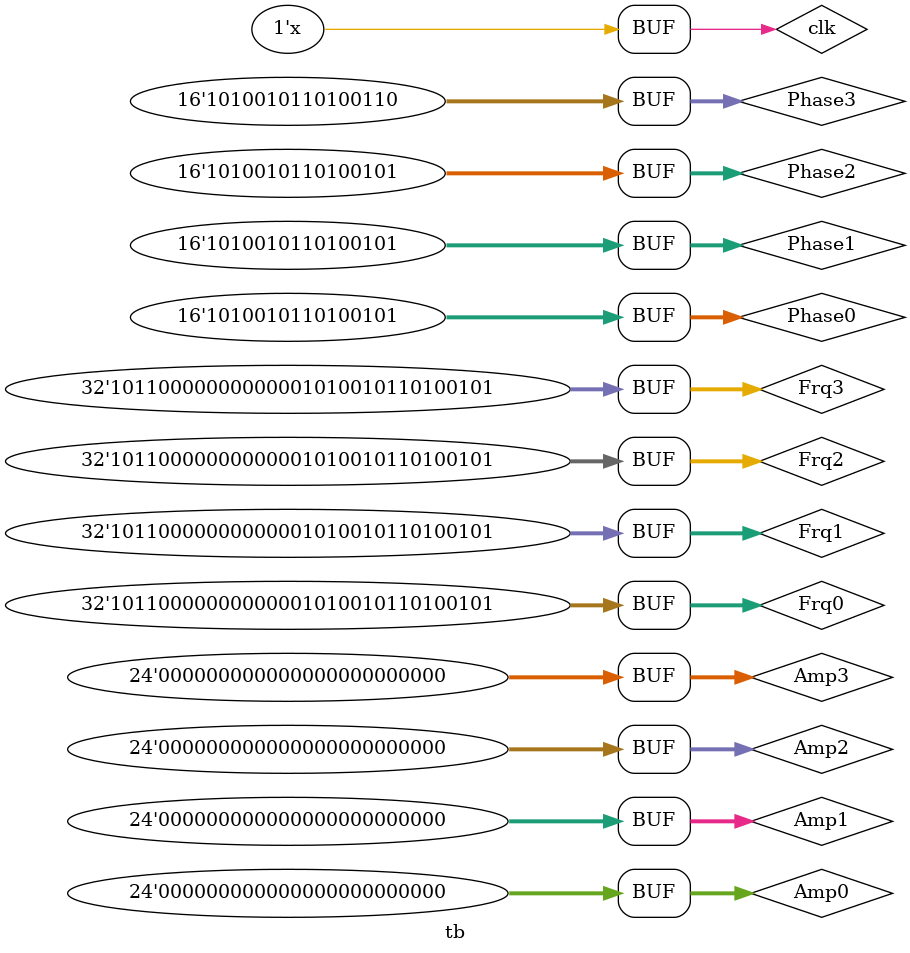
<source format=v>
`timescale 1ns/1ps
module tb;
	reg clk;
	reg [31:0] Frq0, Frq1, Frq2, Frq3;
	reg [15:0] Phase0, Phase1, Phase2, Phase3;
	reg [23:0] Amp0, Amp1, Amp2, Amp3;
	wire SCLK, CS, PWD, RST, UP, SD0, SD1, SD2, SD3, P0, P1, P2, P3;
	
initial clk = 'b0;
always #5 clk <= ~clk;

initial begin
	Frq0 = 32'hb000_a5a5; Frq1 = 32'hb000_a5a5; Frq2 = 32'hb000_a5a5;Frq3 = 32'hb000_a5a5;
	Phase0 = 16'ha5a5; Phase1 = 16'ha5a5;Phase2 = 16'ha5a5;Phase3 = 16'ha5a5;
	Amp0 = 24'b0; Amp1 = 24'b0;Amp2 = 24'b0;Amp3 = 24'b0;
	#3635 Phase3 = 16'ha5a6;
end





top the_top(
	.clk(clk),
	.SCLK(SCLK), .CS(CS), .PWD(PWD), .RST(RST), .UP(UP),
	.SD0(SD0), .SD1(SD1), .SD2(SD2), .SD3(SD3),
	.P0(P0), .P1(P1), .P2(P2), .P3(P3)
);

endmodule 
</source>
